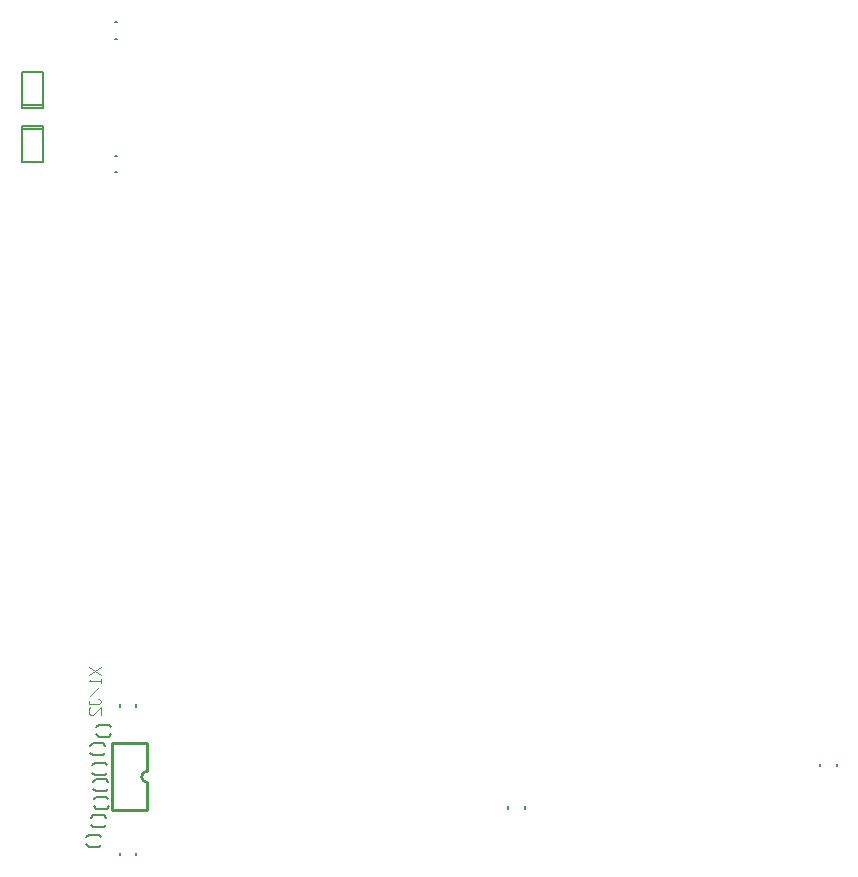
<source format=gbr>
G04 start of page 9 for group -4078 idx -4078 *
G04 Title: (unknown), bottomsilk *
G04 Creator: pcb 1.99z *
G04 CreationDate: Sat 29 Oct 2016 01:04:31 AM GMT UTC *
G04 For: commonadmin *
G04 Format: Gerber/RS-274X *
G04 PCB-Dimensions (mil): 4000.00 3000.00 *
G04 PCB-Coordinate-Origin: lower left *
%MOIN*%
%FSLAX25Y25*%
%LNBOTTOMSILK*%
%ADD99C,0.0040*%
%ADD98C,0.0080*%
%ADD97C,0.0100*%
%ADD96C,0.0060*%
G54D96*X40900Y18931D02*X40100Y19731D01*
X40900Y18931D02*X44400D01*
X45100Y19631D02*X44400Y18931D01*
X44300Y22931D02*X45000Y22231D01*
X40800Y22931D02*X44300D01*
X40100Y22231D02*X40800Y22931D01*
X43350Y31631D02*X42550Y32431D01*
X43350Y31631D02*X46850D01*
X47550Y32331D02*X46850Y31631D01*
X46750Y35631D02*X47450Y34931D01*
X43250Y35631D02*X46750D01*
X42550Y34931D02*X43250Y35631D01*
X42400Y25331D02*X41600Y26131D01*
X42400Y25331D02*X45900D01*
X46600Y26031D02*X45900Y25331D01*
X45800Y29331D02*X46500Y28631D01*
X42300Y29331D02*X45800D01*
X41600Y28631D02*X42300Y29331D01*
G54D97*X60400Y40331D02*Y31131D01*
Y53431D02*Y44131D01*
X48600Y53431D02*X60400D01*
X48600D02*Y31131D01*
X60400D01*
Y44131D02*G75*G03X60400Y40331I0J-1900D01*G01*
G54D96*X43250Y37331D02*X42450Y38131D01*
X43250Y37331D02*X46750D01*
X47450Y38031D02*X46750Y37331D01*
X46650Y41331D02*X47350Y40631D01*
X43150Y41331D02*X46650D01*
X42450Y40631D02*X43150Y41331D01*
X42900Y42831D02*X42100Y43631D01*
X42900Y42831D02*X46400D01*
X47100Y43531D02*X46400Y42831D01*
X46300Y46831D02*X47000Y46131D01*
X42800Y46831D02*X46300D01*
X42100Y46131D02*X42800Y46831D01*
X42250Y49331D02*X41450Y50131D01*
X42250Y49331D02*X45750D01*
X46450Y50031D02*X45750Y49331D01*
X45650Y53331D02*X46350Y52631D01*
X42150Y53331D02*X45650D01*
X41450Y52631D02*X42150Y53331D01*
X44250Y55631D02*X43450Y56431D01*
X44250Y55631D02*X47750D01*
X48450Y56331D02*X47750Y55631D01*
X47650Y59631D02*X48350Y58931D01*
X44150Y59631D02*X47650D01*
X43450Y58931D02*X44150Y59631D01*
G54D98*X56755Y66382D02*Y65596D01*
X51245Y66382D02*Y65596D01*
Y16967D02*Y16181D01*
X56755Y16967D02*Y16181D01*
X290255Y46467D02*Y45681D01*
X284745Y46467D02*Y45681D01*
X186255Y32382D02*Y31596D01*
X180745Y32382D02*Y31596D01*
X18500Y259031D02*X25500D01*
Y247031D01*
X18500D02*X25500D01*
X18500Y259031D02*Y247031D01*
Y258031D02*X25500D01*
X18500Y265031D02*X25500D01*
X18500Y277031D02*Y265031D01*
Y277031D02*X25500D01*
Y265031D01*
X18500Y266031D02*X25500D01*
X49564Y288276D02*X50350D01*
X49564Y293786D02*X50350D01*
X49564Y243776D02*X50350D01*
X49564Y249286D02*X50350D01*
G54D99*X44850Y78681D02*X40850Y76181D01*
Y78681D02*X44850Y76181D01*
X41650Y74981D02*X40850Y74181D01*
X44850D01*
Y73481D02*Y74981D01*
X44350Y72281D02*X41350Y69281D01*
X40850Y66581D02*Y67381D01*
Y66581D02*X44350D01*
X44850Y67081D02*X44350Y66581D01*
X44850Y67081D02*Y67581D01*
X44350Y68081D02*X44850Y67581D01*
X43850Y68081D02*X44350D01*
X41350Y65381D02*X40850Y64881D01*
Y63381D02*Y64881D01*
Y63381D02*X41350Y62881D01*
X42350D01*
X44850Y65381D02*X42350Y62881D01*
X44850D02*Y65381D01*
M02*

</source>
